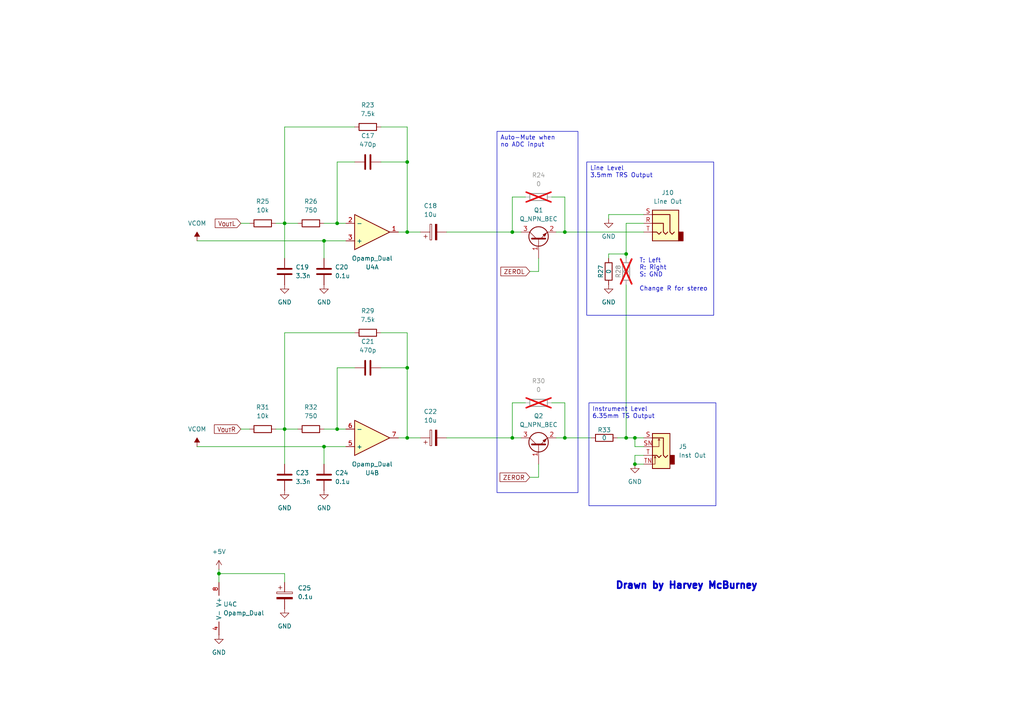
<source format=kicad_sch>
(kicad_sch (version 20250114) (generator "eeschema") (generator_version "9.0")
  (paper "A4")
  (title_block (title "Audio Output Buffers") (date "2025-02-12"))
  (lib_symbols
    (symbol "Connector_Audio:AudioJack2_Switch"
      (property "Reference" "J" (at 0 11.43 0))
      (property "Value" "AudioJack2_Switch" (at 0 8.89 0))
      (symbol "AudioJack2_Switch_0_1"
        (rectangle (start -2.54 0) (end -3.81 -2.54) (stroke (width 0.254)) (fill (type outline)))
        (rectangle (start 2.54 6.35) (end -2.54 -3.81) (stroke (width 0.254)) (fill (type background)))
      )
      (symbol "AudioJack2_Switch_1_1"
        (polyline (pts (xy 0 0) (xy 0.635 -0.635) (xy 1.27 0) (xy 2.54 0)) (stroke (width 0.254)))
        (polyline (pts (xy 0.635 4.826) (xy 0.889 4.318)))
        (polyline (pts (xy 1.778 -0.254) (xy 2.032 -0.762)))
        (polyline (pts (xy 2.54 5.08) (xy -0.635 5.08) (xy -0.635 0) (xy -1.27 -0.635) (xy -1.905 0)) (stroke (width 0.254)))
        (polyline (pts (xy 2.54 2.54) (xy 0.635 2.54) (xy 0.635 4.826) (xy 0.381 4.318)))
        (polyline (pts (xy 2.54 -2.54) (xy 1.778 -2.54) (xy 1.778 -0.254) (xy 1.524 -0.762)))
        (pin passive line (at 5.08 5.08 180) (length 2.54) (name "~") (number "S"))
        (pin passive line (at 5.08 2.54 180) (length 2.54) (name "~") (number "SN"))
        (pin passive line (at 5.08 0 180) (length 2.54) (name "~") (number "T"))
        (pin passive line (at 5.08 -2.54 180) (length 2.54) (name "~") (number "TN"))
      )
    )
    (symbol "Connector_Audio:AudioJack3"
      (property "Reference" "J" (at 0 8.89 0))
      (property "Value" "AudioJack3" (at 0 6.35 0))
      (symbol "AudioJack3_0_1"
        (rectangle (start -5.08 -5.08) (end -6.35 -2.54) (stroke (width 0.254)) (fill (type outline)))
        (polyline (pts (xy -1.905 -2.54) (xy -1.27 -3.175) (xy -0.635 -2.54) (xy -0.635 0) (xy 2.54 0)) (stroke (width 0.254)))
        (polyline (pts (xy 0 -2.54) (xy 0.635 -3.175) (xy 1.27 -2.54) (xy 2.54 -2.54)) (stroke (width 0.254)))
        (rectangle (start 2.54 3.81) (end -5.08 -5.08) (stroke (width 0.254)) (fill (type background)))
        (polyline (pts (xy 2.54 2.54) (xy -2.54 2.54) (xy -2.54 -2.54) (xy -3.175 -3.175) (xy -3.81 -2.54)) (stroke (width 0.254)))
      )
      (symbol "AudioJack3_1_1"
        (pin passive line (at 5.08 2.54 180) (length 2.54) (name "~") (number "S"))
        (pin passive line (at 5.08 0 180) (length 2.54) (name "~") (number "R"))
        (pin passive line (at 5.08 -2.54 180) (length 2.54) (name "~") (number "T"))
      )
    )
    (symbol "Device:C" (pin_numbers (hide yes)) (pin_names (offset 0.254))
      (property "Reference" "C" (at 0.635 2.54 0))
      (property "Value" "C" (at 0.635 -2.54 0))
      (symbol "C_0_1"
        (polyline (pts (xy -2.032 0.762) (xy 2.032 0.762)) (stroke (width 0.508)))
        (polyline (pts (xy -2.032 -0.762) (xy 2.032 -0.762)) (stroke (width 0.508)))
      )
      (symbol "C_1_1"
        (pin passive line (at 0 3.81 270) (length 2.794) (name "~") (number "1"))
        (pin passive line (at 0 -3.81 90) (length 2.794) (name "~") (number "2"))
      )
    )
    (symbol "Device:C_Polarized" (pin_numbers (hide yes)) (pin_names (offset 0.254))
      (property "Reference" "C" (at 0.635 2.54 0))
      (property "Value" "C_Polarized" (at 0.635 -2.54 0))
      (symbol "C_Polarized_0_1"
        (rectangle (start -2.286 0.508) (end 2.286 1.016))
        (polyline (pts (xy -1.778 2.286) (xy -0.762 2.286)))
        (polyline (pts (xy -1.27 2.794) (xy -1.27 1.778)))
        (rectangle (start 2.286 -0.508) (end -2.286 -1.016) (fill (type outline)))
      )
      (symbol "C_Polarized_1_1"
        (pin passive line (at 0 3.81 270) (length 2.794) (name "~") (number "1"))
        (pin passive line (at 0 -3.81 90) (length 2.794) (name "~") (number "2"))
      )
    )
    (symbol "Device:Opamp_Dual"
      (property "Reference" "U" (at 0 5.08 0))
      (property "Value" "Opamp_Dual" (at 0 -5.08 0))
      (symbol "Opamp_Dual_1_1"
        (polyline (pts (xy -5.08 5.08) (xy 5.08 0) (xy -5.08 -5.08) (xy -5.08 5.08)) (stroke (width 0.254)) (fill (type background)))
        (pin input line (at -7.62 2.54 0) (length 2.54) (name "+") (number "3"))
        (pin input line (at -7.62 -2.54 0) (length 2.54) (name "-") (number "2"))
        (pin output line (at 7.62 0 180) (length 2.54) (name "~") (number "1"))
      )
      (symbol "Opamp_Dual_2_1"
        (polyline (pts (xy -5.08 5.08) (xy 5.08 0) (xy -5.08 -5.08) (xy -5.08 5.08)) (stroke (width 0.254)) (fill (type background)))
        (pin input line (at -7.62 2.54 0) (length 2.54) (name "+") (number "5"))
        (pin input line (at -7.62 -2.54 0) (length 2.54) (name "-") (number "6"))
        (pin output line (at 7.62 0 180) (length 2.54) (name "~") (number "7"))
      )
      (symbol "Opamp_Dual_3_1"
        (pin power_in line (at -2.54 7.62 270) (length 3.81) (name "V+") (number "8"))
        (pin power_in line (at -2.54 -7.62 90) (length 3.81) (name "V-") (number "4"))
      )
    )
    (symbol "Device:Q_NPN_BEC" (pin_names (offset 0) (hide yes))
      (property "Reference" "Q" (at 5.08 1.27 0))
      (property "Value" "Q_NPN_BEC" (at 5.08 -1.27 0))
      (symbol "Q_NPN_BEC_0_1"
        (polyline (pts (xy 0.635 1.905) (xy 0.635 -1.905) (xy 0.635 -1.905)) (stroke (width 0.508)))
        (polyline (pts (xy 0.635 0.635) (xy 2.54 2.54)))
        (polyline (pts (xy 0.635 -0.635) (xy 2.54 -2.54) (xy 2.54 -2.54)))
        (circle (center 1.27 0) (radius 2.8194) (stroke (width 0.254)))
        (polyline (pts (xy 1.27 -1.778) (xy 1.778 -1.27) (xy 2.286 -2.286) (xy 1.27 -1.778) (xy 1.27 -1.778)) (fill (type outline)))
      )
      (symbol "Q_NPN_BEC_1_1"
        (pin input line (at -5.08 0 0) (length 5.715) (name "B") (number "1"))
        (pin passive line (at 2.54 5.08 270) (length 2.54) (name "C") (number "3"))
        (pin passive line (at 2.54 -5.08 90) (length 2.54) (name "E") (number "2"))
      )
    )
    (symbol "Device:R" (pin_numbers (hide yes)) (pin_names (offset 0))
      (property "Reference" "R" (at 2.032 0 90))
      (property "Value" "R" (at 0 0 90))
      (symbol "R_0_1"
        (rectangle (start -1.016 -2.54) (end 1.016 2.54) (stroke (width 0.254)))
      )
      (symbol "R_1_1"
        (pin passive line (at 0 3.81 270) (length 1.27) (name "~") (number "1"))
        (pin passive line (at 0 -3.81 90) (length 1.27) (name "~") (number "2"))
      )
    )
    (symbol "power:+5V" (power) (pin_numbers (hide yes)) (pin_names (offset 0) (hide yes))
      (property "Value" "+5V" (at 0 3.556 0))
      (symbol "+5V_0_1"
        (polyline (pts (xy -0.762 1.27) (xy 0 2.54)))
        (polyline (pts (xy 0 2.54) (xy 0.762 1.27)))
        (polyline (pts (xy 0 0) (xy 0 2.54)))
      )
      (symbol "+5V_1_1"
        (pin power_in line (at 0 0 90) (length 0) (name "~") (number "1"))
      )
    )
    (symbol "power:GND" (power) (pin_numbers (hide yes)) (pin_names (offset 0) (hide yes))
      (property "Value" "GND" (at 0 -3.81 0))
      (symbol "GND_0_1"
        (polyline (pts (xy 0 0) (xy 0 -1.27) (xy 1.27 -1.27) (xy 0 -2.54) (xy -1.27 -1.27) (xy 0 -1.27)))
      )
      (symbol "GND_1_1"
        (pin power_in line (at 0 0 270) (length 0) (name "~") (number "1"))
      )
    )
    (symbol "power:VCOM" (power) (pin_numbers (hide yes)) (pin_names (offset 0) (hide yes))
      (property "Value" "VCOM" (at 0 3.556 0))
      (symbol "VCOM_0_1"
        (polyline (pts (xy 0 0) (xy 0 2.54)))
        (polyline (pts (xy 0.762 1.27) (xy -0.762 1.27) (xy 0 2.54) (xy 0.762 1.27)) (fill (type outline)))
      )
      (symbol "VCOM_1_1"
        (pin power_in line (at 0 0 90) (length 0) (name "~") (number "1"))
      )
    )
  )
  (text "Drawn by Harvey McBurney" (at 199.136 169.926 0) (effects (font (size 2 2) (thickness 0.6) (bold yes))))
  (text "T: Left\nR: Right\nS: GND\n\nChange R for stereo" (at 185.42 79.756 0) (effects (font (size 1.27 1.27)) (justify left)))
  (text_box "Instrument Level\n6.35mm TS Output" (at 170.815 116.84 0) (size 36.83 29.845) (margins 0.9525 0.9525 0.9525 0.9525) (effects (font (size 1.27 1.27)) (justify left top)))
  (text_box "Line Level\n3.5mm TRS Output" (at 170.18 46.99 0) (size 36.83 44.45) (margins 0.9525 0.9525 0.9525 0.9525) (effects (font (size 1.27 1.27)) (justify left top)))
  (text_box "Auto-Mute when\nno ADC input" (at 144.145 38.1 0) (size 23.495 104.775) (margins 0.9525 0.9525 0.9525 0.9525) (effects (font (size 1.27 1.27)) (justify left top)))
  (junction (at 82.55 124.46))
  (junction (at 63.5 166.37))
  (junction (at 97.79 64.77))
  (junction (at 118.11 127))
  (junction (at 184.15 134.62))
  (junction (at 118.11 106.68))
  (junction (at 181.61 127))
  (junction (at 181.61 73.66))
  (junction (at 163.83 67.31))
  (junction (at 118.11 46.99))
  (junction (at 93.98 129.54))
  (junction (at 93.98 69.85))
  (junction (at 97.79 124.46))
  (junction (at 148.59 67.31))
  (junction (at 163.83 127))
  (junction (at 82.55 64.77))
  (junction (at 184.15 127))
  (junction (at 118.11 67.31))
  (junction (at 148.59 127))
  (wire (pts (xy 118.11 106.68) (xy 118.11 127)))
  (wire (pts (xy 102.87 36.83) (xy 82.55 36.83)))
  (wire (pts (xy 181.61 82.55) (xy 181.61 127)))
  (wire (pts (xy 153.67 138.43) (xy 156.21 138.43)))
  (wire (pts (xy 93.98 129.54) (xy 93.98 134.62)))
  (wire (pts (xy 97.79 64.77) (xy 97.79 46.99)))
  (wire (pts (xy 161.29 67.31) (xy 163.83 67.31)))
  (wire (pts (xy 72.39 64.77) (xy 69.85 64.77)))
  (wire (pts (xy 82.55 124.46) (xy 86.36 124.46)))
  (wire (pts (xy 97.79 64.77) (xy 100.33 64.77)))
  (wire (pts (xy 161.29 127) (xy 163.83 127)))
  (wire (pts (xy 148.59 116.84) (xy 148.59 127)))
  (wire (pts (xy 181.61 64.77) (xy 181.61 73.66)))
  (wire (pts (xy 160.02 57.15) (xy 163.83 57.15)))
  (wire (pts (xy 163.83 127) (xy 171.45 127)))
  (wire (pts (xy 163.83 116.84) (xy 163.83 127)))
  (wire (pts (xy 181.61 64.77) (xy 186.69 64.77)))
  (wire (pts (xy 63.5 166.37) (xy 63.5 165.1)))
  (wire (pts (xy 129.54 67.31) (xy 148.59 67.31)))
  (wire (pts (xy 179.07 127) (xy 181.61 127)))
  (wire (pts (xy 82.55 64.77) (xy 80.01 64.77)))
  (wire (pts (xy 176.53 62.23) (xy 186.69 62.23)))
  (wire (pts (xy 102.87 96.52) (xy 82.55 96.52)))
  (wire (pts (xy 110.49 96.52) (xy 118.11 96.52)))
  (wire (pts (xy 184.15 134.62) (xy 186.69 134.62)))
  (wire (pts (xy 97.79 124.46) (xy 97.79 106.68)))
  (wire (pts (xy 148.59 127) (xy 151.13 127)))
  (wire (pts (xy 181.61 73.66) (xy 181.61 74.93)))
  (wire (pts (xy 93.98 64.77) (xy 97.79 64.77)))
  (wire (pts (xy 82.55 36.83) (xy 82.55 64.77)))
  (wire (pts (xy 93.98 124.46) (xy 97.79 124.46)))
  (wire (pts (xy 186.69 132.08) (xy 184.15 132.08)))
  (wire (pts (xy 176.53 62.23) (xy 176.53 63.5)))
  (wire (pts (xy 93.98 69.85) (xy 93.98 74.93)))
  (wire (pts (xy 115.57 67.31) (xy 118.11 67.31)))
  (wire (pts (xy 100.33 129.54) (xy 93.98 129.54)))
  (wire (pts (xy 110.49 106.68) (xy 118.11 106.68)))
  (wire (pts (xy 97.79 124.46) (xy 100.33 124.46)))
  (wire (pts (xy 97.79 46.99) (xy 102.87 46.99)))
  (wire (pts (xy 118.11 127) (xy 121.92 127)))
  (wire (pts (xy 115.57 127) (xy 118.11 127)))
  (wire (pts (xy 156.21 74.93) (xy 156.21 78.74)))
  (wire (pts (xy 176.53 73.66) (xy 181.61 73.66)))
  (wire (pts (xy 160.02 116.84) (xy 163.83 116.84)))
  (wire (pts (xy 129.54 127) (xy 148.59 127)))
  (wire (pts (xy 118.11 96.52) (xy 118.11 106.68)))
  (wire (pts (xy 100.33 69.85) (xy 93.98 69.85)))
  (wire (pts (xy 184.15 132.08) (xy 184.15 134.62)))
  (wire (pts (xy 118.11 67.31) (xy 121.92 67.31)))
  (wire (pts (xy 82.55 74.93) (xy 82.55 64.77)))
  (wire (pts (xy 72.39 124.46) (xy 69.85 124.46)))
  (wire (pts (xy 176.53 73.66) (xy 176.53 74.93)))
  (wire (pts (xy 82.55 134.62) (xy 82.55 124.46)))
  (wire (pts (xy 57.15 129.54) (xy 93.98 129.54)))
  (wire (pts (xy 153.67 78.74) (xy 156.21 78.74)))
  (wire (pts (xy 148.59 67.31) (xy 151.13 67.31)))
  (wire (pts (xy 57.15 69.85) (xy 93.98 69.85)))
  (wire (pts (xy 184.15 129.54) (xy 184.15 127)))
  (wire (pts (xy 184.15 127) (xy 186.69 127)))
  (wire (pts (xy 82.55 64.77) (xy 86.36 64.77)))
  (wire (pts (xy 82.55 124.46) (xy 80.01 124.46)))
  (wire (pts (xy 97.79 106.68) (xy 102.87 106.68)))
  (wire (pts (xy 110.49 36.83) (xy 118.11 36.83)))
  (wire (pts (xy 63.5 166.37) (xy 82.55 166.37)))
  (wire (pts (xy 118.11 46.99) (xy 118.11 67.31)))
  (wire (pts (xy 152.4 116.84) (xy 148.59 116.84)))
  (wire (pts (xy 148.59 57.15) (xy 148.59 67.31)))
  (wire (pts (xy 163.83 67.31) (xy 186.69 67.31)))
  (wire (pts (xy 186.69 129.54) (xy 184.15 129.54)))
  (wire (pts (xy 163.83 57.15) (xy 163.83 67.31)))
  (wire (pts (xy 118.11 36.83) (xy 118.11 46.99)))
  (wire (pts (xy 156.21 134.62) (xy 156.21 138.43)))
  (wire (pts (xy 82.55 96.52) (xy 82.55 124.46)))
  (wire (pts (xy 63.5 166.37) (xy 63.5 168.91)))
  (wire (pts (xy 152.4 57.15) (xy 148.59 57.15)))
  (wire (pts (xy 110.49 46.99) (xy 118.11 46.99)))
  (wire (pts (xy 82.55 166.37) (xy 82.55 168.91)))
  (wire (pts (xy 181.61 127) (xy 184.15 127)))
  (global_label "ZEROR" (shape input) (at 153.67 138.43 180) (property "Intersheetrefs" "${INTERSHEET_REFS}" (effects (hide yes))))
  (global_label "V_{OUT}L" (shape input) (at 69.85 64.77 180) (property "Intersheetrefs" "${INTERSHEET_REFS}" (effects (hide yes))))
  (global_label "V_{OUT}R" (shape input) (at 69.85 124.46 180) (property "Intersheetrefs" "${INTERSHEET_REFS}" (effects (hide yes))))
  (global_label "ZEROL" (shape input) (at 153.67 78.74 180) (property "Intersheetrefs" "${INTERSHEET_REFS}" (effects (hide yes))))
  (symbol (lib_id "Device:C_Polarized") (at 125.73 127 90) (unit 1)
    (property "Reference" "C22" (at 124.841 119.38 90))
    (property "Value" "10u" (at 124.841 121.92 90))
    (property "Footprint" "Capacitor_SMD:CP_Elec_5x5.4" (effects (hide yes)))
    (property "Description" "Polarized capacitor" (effects (hide yes)))
  )
  (symbol (lib_id "Device:R") (at 176.53 78.74 0) (mirror y) (unit 1)
    (property "Reference" "R27" (at 174.244 78.74 90))
    (property "Value" "0" (at 176.53 78.74 90))
    (property "Footprint" "Resistor_SMD:R_0603_1608Metric_Pad0.98x0.95mm_HandSolder" (effects (hide yes)))
    (property "Description" "Resistor" (effects (hide yes)))
  )
  (symbol (lib_id "Device:R") (at 76.2 124.46 90) (unit 1)
    (property "Reference" "R31" (at 76.2 118.11 90))
    (property "Value" "10k" (at 76.2 120.65 90))
    (property "Footprint" "Resistor_SMD:R_0603_1608Metric_Pad0.98x0.95mm_HandSolder" (effects (hide yes)))
    (property "Description" "Resistor" (effects (hide yes)))
  )
  (symbol (lib_id "power:+5V") (at 63.5 165.1 0) (unit 1)
    (property "Reference" "#PWR048" (effects (hide yes)))
    (property "Value" "+5V" (at 63.5 160.02 0))
    (property "Description" "Power symbol creates a global label with name \"+5V\"" (effects (hide yes)))
  )
  (symbol (lib_id "Device:C") (at 106.68 46.99 90) (unit 1)
    (property "Reference" "C17" (at 106.68 39.37 90))
    (property "Value" "470p" (at 106.68 41.91 90))
    (property "Description" "Unpolarized capacitor" (effects (hide yes)))
  )
  (symbol (lib_id "power:GND") (at 93.98 82.55 0) (unit 1)
    (property "Reference" "#PWR042" (effects (hide yes)))
    (property "Value" "GND" (at 93.98 87.63 0))
    (property "Description" "Power symbol creates a global label with name \"GND\" , ground" (effects (hide yes)))
  )
  (symbol (lib_id "Device:R") (at 106.68 36.83 90) (unit 1)
    (property "Reference" "R23" (at 106.68 30.48 90))
    (property "Value" "7.5k" (at 106.68 33.02 90))
    (property "Footprint" "Resistor_SMD:R_0603_1608Metric_Pad0.98x0.95mm_HandSolder" (effects (hide yes)))
    (property "Description" "Resistor" (effects (hide yes)))
  )
  (symbol (lib_id "Device:Opamp_Dual") (at 107.95 127 0) (mirror x) (unit 2)
    (property "Reference" "U4" (at 107.95 137.16 0))
    (property "Value" "Opamp_Dual" (at 107.95 134.62 0))
    (property "Description" "Dual operational amplifier" (effects (hide yes)))
    (property "Sim.Library" "${KICAD7_SYMBOL_DIR}/Simulation_SPICE.sp" (effects (hide yes)))
    (property "Sim.Name" "kicad_builtin_opamp_dual" (effects (hide yes)))
    (property "Sim.Device" "SUBCKT" (effects (hide yes)))
    (property "Sim.Pins" "1=out1 2=in1- 3=in1+ 4=vee 5=in2+ 6=in2- 7=out2 8=vcc" (effects (hide yes)))
  )
  (symbol (lib_id "Device:Opamp_Dual") (at 107.95 67.31 0) (mirror x) (unit 1)
    (property "Reference" "U4" (at 107.95 77.47 0))
    (property "Value" "Opamp_Dual" (at 107.95 74.93 0))
    (property "Description" "Dual operational amplifier" (effects (hide yes)))
    (property "Sim.Library" "${KICAD7_SYMBOL_DIR}/Simulation_SPICE.sp" (effects (hide yes)))
    (property "Sim.Name" "kicad_builtin_opamp_dual" (effects (hide yes)))
    (property "Sim.Device" "SUBCKT" (effects (hide yes)))
    (property "Sim.Pins" "1=out1 2=in1- 3=in1+ 4=vee 5=in2+ 6=in2- 7=out2 8=vcc" (effects (hide yes)))
  )
  (symbol (lib_id "Device:Q_NPN_BEC") (at 156.21 69.85 90) (unit 1)
    (property "Reference" "Q1" (at 156.21 60.96 90))
    (property "Value" "Q_NPN_BEC" (at 156.21 63.5 90))
    (property "Footprint" "Package_TO_SOT_THT:TO-220-3_Vertical" (effects (hide yes)))
    (property "Description" "NPN transistor, base/emitter/collector" (effects (hide yes)))
  )
  (symbol (lib_id "Device:R") (at 156.21 57.15 90) (unit 1) (dnp yes)
    (property "Reference" "R24" (at 156.21 50.8 90))
    (property "Value" "0" (at 156.21 53.34 90))
    (property "Footprint" "Resistor_SMD:R_0603_1608Metric_Pad0.98x0.95mm_HandSolder" (effects (hide yes)))
    (property "Description" "Resistor" (effects (hide yes)))
  )
  (symbol (lib_id "Device:C") (at 82.55 138.43 0) (unit 1)
    (property "Reference" "C23" (at 85.725 137.1599 0) (effects (justify left)))
    (property "Value" "3.3n" (at 85.725 139.6999 0) (effects (justify left)))
    (property "Description" "Unpolarized capacitor" (effects (hide yes)))
  )
  (symbol (lib_id "power:VCOM") (at 57.15 69.85 0) (unit 1)
    (property "Reference" "#PWR040" (effects (hide yes)))
    (property "Value" "VCOM" (at 57.15 64.77 0))
    (property "Description" "Power symbol creates a global label with name \"VCOM\"" (effects (hide yes)))
  )
  (symbol (lib_id "Device:Opamp_Dual") (at 66.04 176.53 0) (unit 3)
    (property "Reference" "U4" (at 64.77 175.2599 0) (effects (justify left)))
    (property "Value" "Opamp_Dual" (at 64.77 177.7999 0) (effects (justify left)))
    (property "Description" "Dual operational amplifier" (effects (hide yes)))
    (property "Sim.Library" "${KICAD7_SYMBOL_DIR}/Simulation_SPICE.sp" (effects (hide yes)))
    (property "Sim.Name" "kicad_builtin_opamp_dual" (effects (hide yes)))
    (property "Sim.Device" "SUBCKT" (effects (hide yes)))
    (property "Sim.Pins" "1=out1 2=in1- 3=in1+ 4=vee 5=in2+ 6=in2- 7=out2 8=vcc" (effects (hide yes)))
  )
  (symbol (lib_id "Device:Q_NPN_BEC") (at 156.21 129.54 90) (unit 1)
    (property "Reference" "Q2" (at 156.21 120.65 90))
    (property "Value" "Q_NPN_BEC" (at 156.21 123.19 90))
    (property "Footprint" "Package_TO_SOT_THT:TO-220-3_Vertical" (effects (hide yes)))
    (property "Description" "NPN transistor, base/emitter/collector" (effects (hide yes)))
  )
  (symbol (lib_id "Device:R") (at 90.17 64.77 90) (unit 1)
    (property "Reference" "R26" (at 90.17 58.42 90))
    (property "Value" "750" (at 90.17 60.96 90))
    (property "Footprint" "Resistor_SMD:R_0603_1608Metric_Pad0.98x0.95mm_HandSolder" (effects (hide yes)))
    (property "Description" "Resistor" (effects (hide yes)))
  )
  (symbol (lib_id "power:GND") (at 184.15 134.62 0) (unit 1)
    (property "Reference" "#PWR045" (effects (hide yes)))
    (property "Value" "GND" (at 184.15 139.7 0))
    (property "Description" "Power symbol creates a global label with name \"GND\" , ground" (effects (hide yes)))
  )
  (symbol (lib_id "Device:R") (at 181.61 78.74 0) (mirror y) (unit 1) (dnp yes)
    (property "Reference" "R28" (at 179.324 78.74 90))
    (property "Value" "0" (at 181.61 78.74 90))
    (property "Footprint" "Resistor_SMD:R_0603_1608Metric_Pad0.98x0.95mm_HandSolder" (effects (hide yes)))
    (property "Description" "Resistor" (effects (hide yes)))
  )
  (symbol (lib_id "Device:C") (at 93.98 138.43 0) (unit 1)
    (property "Reference" "C24" (at 97.155 137.1599 0) (effects (justify left)))
    (property "Value" "0.1u" (at 97.155 139.6999 0) (effects (justify left)))
    (property "Description" "Unpolarized capacitor" (effects (hide yes)))
  )
  (symbol (lib_id "Device:R") (at 106.68 96.52 90) (unit 1)
    (property "Reference" "R29" (at 106.68 90.17 90))
    (property "Value" "7.5k" (at 106.68 92.71 90))
    (property "Footprint" "Resistor_SMD:R_0603_1608Metric_Pad0.98x0.95mm_HandSolder" (effects (hide yes)))
    (property "Description" "Resistor" (effects (hide yes)))
  )
  (symbol (lib_id "Device:C_Polarized") (at 125.73 67.31 90) (unit 1)
    (property "Reference" "C18" (at 124.841 59.69 90))
    (property "Value" "10u" (at 124.841 62.23 90))
    (property "Footprint" "Capacitor_SMD:CP_Elec_5x5.4" (effects (hide yes)))
    (property "Description" "Polarized capacitor" (effects (hide yes)))
  )
  (symbol (lib_id "Device:R") (at 156.21 116.84 90) (unit 1) (dnp yes)
    (property "Reference" "R30" (at 156.21 110.49 90))
    (property "Value" "0" (at 156.21 113.03 90))
    (property "Footprint" "Resistor_SMD:R_0603_1608Metric_Pad0.98x0.95mm_HandSolder" (effects (hide yes)))
    (property "Description" "Resistor" (effects (hide yes)))
  )
  (symbol (lib_id "Device:C_Polarized") (at 82.55 172.72 0) (unit 1)
    (property "Reference" "C25" (at 86.36 170.5609 0) (effects (justify left)))
    (property "Value" "0.1u" (at 86.36 173.1009 0) (effects (justify left)))
    (property "Description" "Polarized capacitor" (effects (hide yes)))
  )
  (symbol (lib_id "power:GND") (at 176.53 82.55 0) (unit 1)
    (property "Reference" "#PWR043" (effects (hide yes)))
    (property "Value" "GND" (at 176.53 87.63 0))
    (property "Description" "Power symbol creates a global label with name \"GND\" , ground" (effects (hide yes)))
  )
  (symbol (lib_id "power:GND") (at 82.55 176.53 0) (unit 1)
    (property "Reference" "#PWR049" (effects (hide yes)))
    (property "Value" "GND" (at 82.55 181.61 0))
    (property "Description" "Power symbol creates a global label with name \"GND\" , ground" (effects (hide yes)))
  )
  (symbol (lib_id "power:GND") (at 82.55 142.24 0) (unit 1)
    (property "Reference" "#PWR046" (effects (hide yes)))
    (property "Value" "GND" (at 82.55 147.32 0))
    (property "Description" "Power symbol creates a global label with name \"GND\" , ground" (effects (hide yes)))
  )
  (symbol (lib_id "power:GND") (at 63.5 184.15 0) (unit 1)
    (property "Reference" "#PWR050" (effects (hide yes)))
    (property "Value" "GND" (at 63.5 189.23 0))
    (property "Description" "Power symbol creates a global label with name \"GND\" , ground" (effects (hide yes)))
  )
  (symbol (lib_id "Device:C") (at 82.55 78.74 0) (unit 1)
    (property "Reference" "C19" (at 85.725 77.4699 0) (effects (justify left)))
    (property "Value" "3.3n" (at 85.725 80.0099 0) (effects (justify left)))
    (property "Description" "Unpolarized capacitor" (effects (hide yes)))
  )
  (symbol (lib_id "power:GND") (at 82.55 82.55 0) (unit 1)
    (property "Reference" "#PWR041" (effects (hide yes)))
    (property "Value" "GND" (at 82.55 87.63 0))
    (property "Description" "Power symbol creates a global label with name \"GND\" , ground" (effects (hide yes)))
  )
  (symbol (lib_id "Connector_Audio:AudioJack3") (at 191.77 64.77 0) (mirror y) (unit 1)
    (property "Reference" "J10" (at 193.675 55.88 0))
    (property "Value" "Line Out" (at 193.675 58.42 0))
    (property "Footprint" "Connector_Audio:Jack_3.5mm_CUI_SJ1-3523N_Horizontal" (effects (hide yes)))
    (property "Description" "Audio Jack, 3 Poles (Stereo / TRS)" (effects (hide yes)))
  )
  (symbol (lib_id "Connector_Audio:AudioJack2_Switch") (at 191.77 132.08 0) (mirror y) (unit 1)
    (property "Reference" "J5" (at 196.85 129.5399 0) (effects (justify right)))
    (property "Value" "Inst Out" (at 196.85 132.0799 0) (effects (justify right)))
    (property "Footprint" "Connector_Audio:Jack_6.35mm_Neutrik_NMJ4HHD2_Horizontal" (effects (hide yes)))
    (property "Description" "Audio Jack, 2 Poles (Mono / TS), Switched Pole (Normalling)" (effects (hide yes)))
  )
  (symbol (lib_id "power:VCOM") (at 57.15 129.54 0) (unit 1)
    (property "Reference" "#PWR044" (effects (hide yes)))
    (property "Value" "VCOM" (at 57.15 124.46 0))
    (property "Description" "Power symbol creates a global label with name \"VCOM\"" (effects (hide yes)))
  )
  (symbol (lib_id "Device:R") (at 175.26 127 90) (unit 1)
    (property "Reference" "R33" (at 175.26 124.714 90))
    (property "Value" "0" (at 175.26 127 90))
    (property "Footprint" "Resistor_SMD:R_0603_1608Metric_Pad0.98x0.95mm_HandSolder" (effects (hide yes)))
    (property "Description" "Resistor" (effects (hide yes)))
  )
  (symbol (lib_id "Device:R") (at 76.2 64.77 90) (unit 1)
    (property "Reference" "R25" (at 76.2 58.42 90))
    (property "Value" "10k" (at 76.2 60.96 90))
    (property "Footprint" "Resistor_SMD:R_0603_1608Metric_Pad0.98x0.95mm_HandSolder" (effects (hide yes)))
    (property "Description" "Resistor" (effects (hide yes)))
  )
  (symbol (lib_id "power:GND") (at 176.53 63.5 0) (unit 1)
    (property "Reference" "#PWR039" (effects (hide yes)))
    (property "Value" "GND" (at 176.53 68.58 0))
    (property "Description" "Power symbol creates a global label with name \"GND\" , ground" (effects (hide yes)))
  )
  (symbol (lib_id "power:GND") (at 93.98 142.24 0) (unit 1)
    (property "Reference" "#PWR047" (effects (hide yes)))
    (property "Value" "GND" (at 93.98 147.32 0))
    (property "Description" "Power symbol creates a global label with name \"GND\" , ground" (effects (hide yes)))
  )
  (symbol (lib_id "Device:R") (at 90.17 124.46 90) (unit 1)
    (property "Reference" "R32" (at 90.17 118.11 90))
    (property "Value" "750" (at 90.17 120.65 90))
    (property "Footprint" "Resistor_SMD:R_0603_1608Metric_Pad0.98x0.95mm_HandSolder" (effects (hide yes)))
    (property "Description" "Resistor" (effects (hide yes)))
  )
  (symbol (lib_id "Device:C") (at 106.68 106.68 90) (unit 1)
    (property "Reference" "C21" (at 106.68 99.06 90))
    (property "Value" "470p" (at 106.68 101.6 90))
    (property "Description" "Unpolarized capacitor" (effects (hide yes)))
  )
  (symbol (lib_id "Device:C") (at 93.98 78.74 0) (unit 1)
    (property "Reference" "C20" (at 97.155 77.4699 0) (effects (justify left)))
    (property "Value" "0.1u" (at 97.155 80.0099 0) (effects (justify left)))
    (property "Description" "Unpolarized capacitor" (effects (hide yes)))
  )
)
</source>
